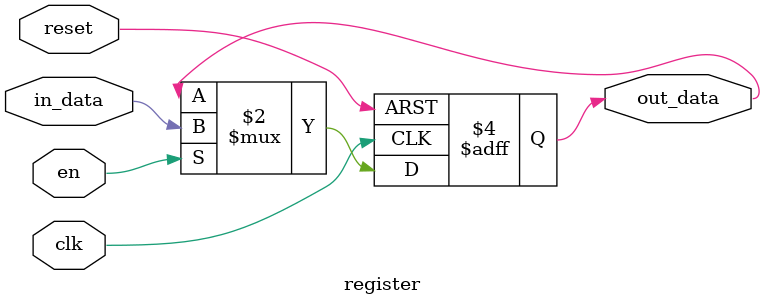
<source format=v>
module register #(parameter N = 1) (
        input clk,
        input reset,
        input en,
        input [N-1: 0] in_data,
        output reg [N-1: 0] out_data
    );
    always @(posedge clk or posedge reset) begin: reg_proc
        if (reset) begin
            out_data <= 0;
        end else if (en) begin                
            out_data <= in_data;
        end
    end

endmodule

</source>
